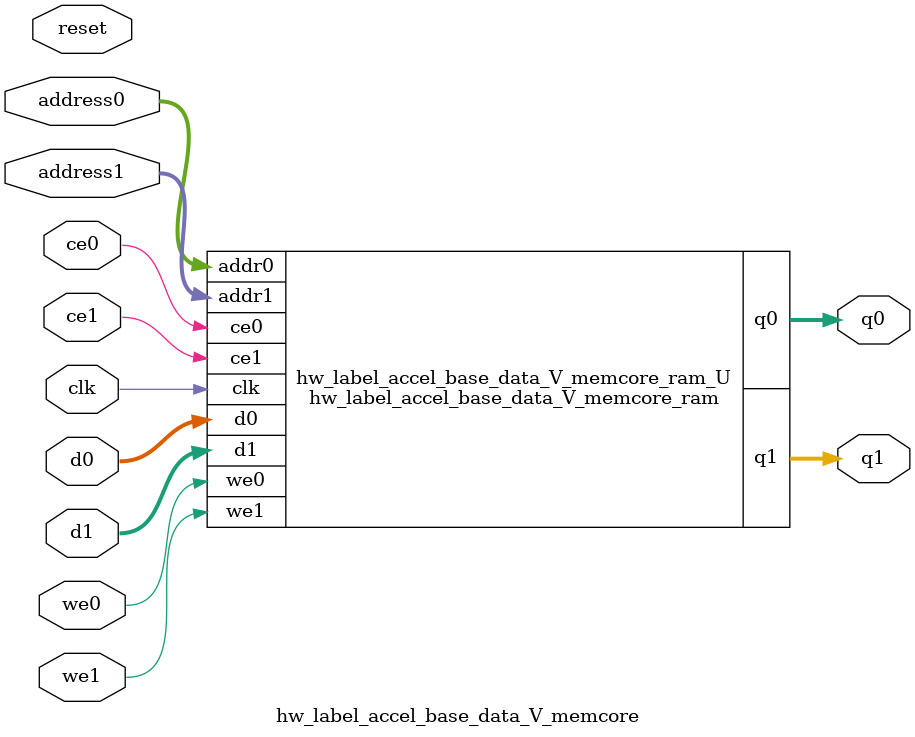
<source format=v>
`timescale 1 ns / 1 ps
module hw_label_accel_base_data_V_memcore_ram (addr0, ce0, d0, we0, q0, addr1, ce1, d1, we1, q1,  clk);

parameter DWIDTH = 16;
parameter AWIDTH = 19;
parameter MEM_SIZE = 307200;

input[AWIDTH-1:0] addr0;
input ce0;
input[DWIDTH-1:0] d0;
input we0;
output reg[DWIDTH-1:0] q0;
input[AWIDTH-1:0] addr1;
input ce1;
input[DWIDTH-1:0] d1;
input we1;
output reg[DWIDTH-1:0] q1;
input clk;

(* ram_style = "block" *)reg [DWIDTH-1:0] ram[0:MEM_SIZE-1];




always @(posedge clk)  
begin 
    if (ce0) 
    begin
        if (we0) 
        begin 
            ram[addr0] <= d0; 
        end 
        q0 <= ram[addr0];
    end
end


always @(posedge clk)  
begin 
    if (ce1) 
    begin
        if (we1) 
        begin 
            ram[addr1] <= d1; 
        end 
        q1 <= ram[addr1];
    end
end


endmodule

`timescale 1 ns / 1 ps
module hw_label_accel_base_data_V_memcore(
    reset,
    clk,
    address0,
    ce0,
    we0,
    d0,
    q0,
    address1,
    ce1,
    we1,
    d1,
    q1);

parameter DataWidth = 32'd16;
parameter AddressRange = 32'd307200;
parameter AddressWidth = 32'd19;
input reset;
input clk;
input[AddressWidth - 1:0] address0;
input ce0;
input we0;
input[DataWidth - 1:0] d0;
output[DataWidth - 1:0] q0;
input[AddressWidth - 1:0] address1;
input ce1;
input we1;
input[DataWidth - 1:0] d1;
output[DataWidth - 1:0] q1;



hw_label_accel_base_data_V_memcore_ram hw_label_accel_base_data_V_memcore_ram_U(
    .clk( clk ),
    .addr0( address0 ),
    .ce0( ce0 ),
    .we0( we0 ),
    .d0( d0 ),
    .q0( q0 ),
    .addr1( address1 ),
    .ce1( ce1 ),
    .we1( we1 ),
    .d1( d1 ),
    .q1( q1 ));

endmodule


</source>
